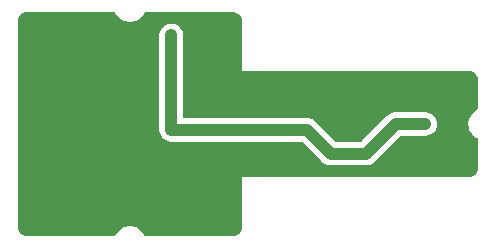
<source format=gbr>
%TF.GenerationSoftware,KiCad,Pcbnew,9.0.2*%
%TF.CreationDate,2025-07-10T11:39:35+02:00*%
%TF.ProjectId,iagabel,69616761-6265-46c2-9e6b-696361645f70,rev?*%
%TF.SameCoordinates,Original*%
%TF.FileFunction,Copper,L2,Bot*%
%TF.FilePolarity,Positive*%
%FSLAX46Y46*%
G04 Gerber Fmt 4.6, Leading zero omitted, Abs format (unit mm)*
G04 Created by KiCad (PCBNEW 9.0.2) date 2025-07-10 11:39:35*
%MOMM*%
%LPD*%
G01*
G04 APERTURE LIST*
%TA.AperFunction,ViaPad*%
%ADD10C,0.600000*%
%TD*%
%TA.AperFunction,Conductor*%
%ADD11C,1.000000*%
%TD*%
G04 APERTURE END LIST*
D10*
%TO.N,+3.3V*%
X13500000Y-9500000D03*
X13500000Y-2500000D03*
X34000000Y-10000000D03*
X13500000Y-3500000D03*
X35000000Y-10000000D03*
X29000000Y-12500000D03*
X27000000Y-12500000D03*
X13500000Y-10500000D03*
%TO.N,GND*%
X28000000Y-7500000D03*
X38000000Y-13000000D03*
X22000000Y-14000000D03*
X9000000Y-4500000D03*
X21500000Y-9000000D03*
X15000000Y-8000000D03*
X17000000Y-8000000D03*
X23500000Y-9000000D03*
X3000000Y-7500000D03*
X29000000Y-14000000D03*
X3000000Y-9000000D03*
X11000000Y-14500000D03*
X30800000Y-9700000D03*
X38000000Y-7000000D03*
X8000000Y-10000000D03*
X26500000Y-7500000D03*
X7000000Y-16000000D03*
X4500000Y-7500000D03*
X21000000Y-14000000D03*
X4500000Y-12000000D03*
X38000000Y-10000000D03*
X4500000Y-10500000D03*
X12000000Y-14500000D03*
X4500000Y-9000000D03*
X3000000Y-10500000D03*
X17900000Y-3600000D03*
X27000000Y-14000000D03*
X11500000Y-4500000D03*
X3000000Y-12000000D03*
X20000000Y-8000000D03*
%TD*%
D11*
%TO.N,+3.3V*%
X13500000Y-10500000D02*
X25000000Y-10500000D01*
X13500000Y-10500000D02*
X13500000Y-9500000D01*
X25000000Y-10500000D02*
X27000000Y-12500000D01*
X27000000Y-12500000D02*
X29000000Y-12500000D01*
X30000000Y-12500000D02*
X29000000Y-12500000D01*
X34000000Y-10000000D02*
X32500000Y-10000000D01*
X32500000Y-10000000D02*
X30000000Y-12500000D01*
X13500000Y-9500000D02*
X13500000Y-2500000D01*
X35000000Y-10000000D02*
X34000000Y-10000000D01*
%TD*%
%TA.AperFunction,Conductor*%
%TO.N,GND*%
G36*
X8730113Y-519685D02*
G01*
X8773559Y-567705D01*
X8844951Y-707820D01*
X8969890Y-879786D01*
X9120213Y-1030109D01*
X9292179Y-1155048D01*
X9292181Y-1155049D01*
X9292184Y-1155051D01*
X9481588Y-1251557D01*
X9683757Y-1317246D01*
X9893713Y-1350500D01*
X9893714Y-1350500D01*
X10106286Y-1350500D01*
X10106287Y-1350500D01*
X10316243Y-1317246D01*
X10518412Y-1251557D01*
X10707816Y-1155051D01*
X10734223Y-1135865D01*
X10879786Y-1030109D01*
X10879788Y-1030106D01*
X10879792Y-1030104D01*
X11030104Y-879792D01*
X11030106Y-879788D01*
X11030109Y-879786D01*
X11155048Y-707820D01*
X11155047Y-707820D01*
X11155051Y-707816D01*
X11226441Y-567704D01*
X11274416Y-516909D01*
X11336926Y-500000D01*
X12567119Y-500000D01*
X12567651Y-500001D01*
X12575763Y-500035D01*
X12578947Y-500550D01*
X12683300Y-500499D01*
X12749192Y-500499D01*
X18697468Y-500499D01*
X18711350Y-501278D01*
X18864132Y-518493D01*
X18891198Y-524670D01*
X19014185Y-567705D01*
X19033921Y-574611D01*
X19058938Y-586659D01*
X19186965Y-667103D01*
X19208672Y-684415D01*
X19315584Y-791327D01*
X19332897Y-813036D01*
X19413340Y-941061D01*
X19425388Y-966078D01*
X19475328Y-1108798D01*
X19481506Y-1135869D01*
X19498720Y-1288639D01*
X19499500Y-1302523D01*
X19499500Y-4275004D01*
X19499501Y-4275079D01*
X19499501Y-4302350D01*
X19499895Y-4304839D01*
X19499989Y-4311916D01*
X19499941Y-4312084D01*
X19500000Y-4313559D01*
X19500000Y-5500000D01*
X20686433Y-5500000D01*
X20696156Y-5500382D01*
X20697643Y-5500499D01*
X20697648Y-5500499D01*
X20734108Y-5500499D01*
X38697468Y-5500499D01*
X38711350Y-5501278D01*
X38864132Y-5518493D01*
X38891198Y-5524670D01*
X39033921Y-5574611D01*
X39058938Y-5586659D01*
X39186965Y-5667103D01*
X39208672Y-5684415D01*
X39315584Y-5791327D01*
X39332897Y-5813036D01*
X39413340Y-5941061D01*
X39425388Y-5966078D01*
X39475328Y-6108798D01*
X39481506Y-6135869D01*
X39498720Y-6288639D01*
X39499500Y-6302523D01*
X39499500Y-7309892D01*
X39498802Y-7412872D01*
X39499960Y-7420321D01*
X39499999Y-7429645D01*
X39499968Y-7429750D01*
X39500000Y-7430159D01*
X39500000Y-8663074D01*
X39480315Y-8730113D01*
X39432295Y-8773559D01*
X39292179Y-8844951D01*
X39120213Y-8969890D01*
X38969890Y-9120213D01*
X38844951Y-9292179D01*
X38748444Y-9481585D01*
X38682753Y-9683760D01*
X38649500Y-9893713D01*
X38649500Y-10106286D01*
X38678888Y-10291839D01*
X38682754Y-10316243D01*
X38733982Y-10473907D01*
X38748444Y-10518414D01*
X38844951Y-10707820D01*
X38969890Y-10879786D01*
X39120213Y-11030109D01*
X39292182Y-11155050D01*
X39292184Y-11155051D01*
X39432295Y-11226441D01*
X39483090Y-11274414D01*
X39500000Y-11336925D01*
X39500000Y-12567109D01*
X39499999Y-12567642D01*
X39499964Y-12575756D01*
X39499449Y-12578946D01*
X39499500Y-12683298D01*
X39499500Y-12683659D01*
X39499500Y-13697475D01*
X39498720Y-13711359D01*
X39481506Y-13864130D01*
X39475328Y-13891201D01*
X39425388Y-14033921D01*
X39413340Y-14058938D01*
X39332897Y-14186963D01*
X39315584Y-14208672D01*
X39208672Y-14315584D01*
X39186963Y-14332897D01*
X39058938Y-14413340D01*
X39033921Y-14425388D01*
X38891201Y-14475328D01*
X38864130Y-14481506D01*
X38711369Y-14498719D01*
X38697485Y-14499499D01*
X20727322Y-14499499D01*
X20727242Y-14499500D01*
X20697649Y-14499500D01*
X20695118Y-14499900D01*
X20687967Y-14499990D01*
X20687808Y-14499945D01*
X20686420Y-14500000D01*
X19500000Y-14500000D01*
X19500000Y-15686430D01*
X19499618Y-15696155D01*
X19499500Y-15697643D01*
X19499500Y-18697475D01*
X19498720Y-18711358D01*
X19498720Y-18711359D01*
X19481506Y-18864130D01*
X19475328Y-18891201D01*
X19425388Y-19033921D01*
X19413340Y-19058938D01*
X19332897Y-19186963D01*
X19315584Y-19208672D01*
X19208672Y-19315584D01*
X19186963Y-19332897D01*
X19058938Y-19413340D01*
X19033921Y-19425388D01*
X18891201Y-19475328D01*
X18864130Y-19481506D01*
X18711369Y-19498719D01*
X18697485Y-19499499D01*
X12690105Y-19499499D01*
X12587126Y-19498801D01*
X12579670Y-19499960D01*
X12570346Y-19499999D01*
X12570240Y-19499968D01*
X12569831Y-19500000D01*
X11336926Y-19500000D01*
X11269887Y-19480315D01*
X11226441Y-19432295D01*
X11175795Y-19332897D01*
X11155051Y-19292184D01*
X11155049Y-19292181D01*
X11155048Y-19292179D01*
X11030109Y-19120213D01*
X10879786Y-18969890D01*
X10707820Y-18844951D01*
X10518414Y-18748444D01*
X10518413Y-18748443D01*
X10518412Y-18748443D01*
X10316243Y-18682754D01*
X10316241Y-18682753D01*
X10316240Y-18682753D01*
X10154957Y-18657208D01*
X10106287Y-18649500D01*
X9893713Y-18649500D01*
X9845042Y-18657208D01*
X9683760Y-18682753D01*
X9481585Y-18748444D01*
X9292179Y-18844951D01*
X9120213Y-18969890D01*
X8969890Y-19120213D01*
X8844951Y-19292179D01*
X8773559Y-19432295D01*
X8725584Y-19483091D01*
X8663074Y-19500000D01*
X7432903Y-19500000D01*
X7432369Y-19499999D01*
X7424247Y-19499964D01*
X7421053Y-19499448D01*
X7316700Y-19499499D01*
X1302515Y-19499499D01*
X1288631Y-19498719D01*
X1135869Y-19481506D01*
X1108798Y-19475328D01*
X966078Y-19425388D01*
X941061Y-19413340D01*
X813036Y-19332897D01*
X791327Y-19315584D01*
X684415Y-19208672D01*
X667102Y-19186963D01*
X625160Y-19120213D01*
X586659Y-19058938D01*
X574611Y-19033921D01*
X524671Y-18891201D01*
X518493Y-18864129D01*
X501280Y-18711358D01*
X500500Y-18697475D01*
X500500Y-10598543D01*
X12499499Y-10598543D01*
X12537947Y-10791829D01*
X12537950Y-10791839D01*
X12613364Y-10973907D01*
X12613371Y-10973920D01*
X12722860Y-11137781D01*
X12722863Y-11137785D01*
X12862214Y-11277136D01*
X12862218Y-11277139D01*
X13026079Y-11386628D01*
X13026092Y-11386635D01*
X13208160Y-11462049D01*
X13208165Y-11462051D01*
X13208169Y-11462051D01*
X13208170Y-11462052D01*
X13401456Y-11500500D01*
X13401459Y-11500500D01*
X13598541Y-11500500D01*
X24534218Y-11500500D01*
X24601257Y-11520185D01*
X24621899Y-11536819D01*
X26219735Y-13134655D01*
X26219764Y-13134686D01*
X26362214Y-13277136D01*
X26362218Y-13277139D01*
X26526079Y-13386628D01*
X26526092Y-13386635D01*
X26654833Y-13439961D01*
X26697744Y-13457735D01*
X26708164Y-13462051D01*
X26804812Y-13481275D01*
X26853135Y-13490887D01*
X26901458Y-13500500D01*
X26901459Y-13500500D01*
X30098542Y-13500500D01*
X30129566Y-13494328D01*
X30195188Y-13481275D01*
X30291836Y-13462051D01*
X30345165Y-13439961D01*
X30473914Y-13386632D01*
X30637782Y-13277139D01*
X30777139Y-13137782D01*
X30777140Y-13137779D01*
X30784206Y-13130714D01*
X30784208Y-13130710D01*
X32878101Y-11036819D01*
X32939424Y-11003334D01*
X32965782Y-11000500D01*
X35098543Y-11000500D01*
X35232196Y-10973914D01*
X35291835Y-10962051D01*
X35473914Y-10886632D01*
X35637782Y-10777139D01*
X35777139Y-10637782D01*
X35886632Y-10473914D01*
X35962051Y-10291835D01*
X35974632Y-10228582D01*
X36000500Y-10098543D01*
X36000500Y-9901456D01*
X35962052Y-9708170D01*
X35962051Y-9708169D01*
X35962051Y-9708165D01*
X35951941Y-9683757D01*
X35886635Y-9526092D01*
X35886628Y-9526079D01*
X35777139Y-9362218D01*
X35777136Y-9362214D01*
X35637785Y-9222863D01*
X35637781Y-9222860D01*
X35473920Y-9113371D01*
X35473907Y-9113364D01*
X35291839Y-9037950D01*
X35291829Y-9037947D01*
X35098543Y-8999500D01*
X35098541Y-8999500D01*
X34098541Y-8999500D01*
X32401459Y-8999500D01*
X32401455Y-8999500D01*
X32304812Y-9018724D01*
X32208167Y-9037947D01*
X32208161Y-9037949D01*
X32154834Y-9060037D01*
X32154834Y-9060038D01*
X32109315Y-9078892D01*
X32026089Y-9113366D01*
X32026079Y-9113371D01*
X31862219Y-9222859D01*
X31792900Y-9292179D01*
X31722861Y-9362218D01*
X31722858Y-9362221D01*
X29621899Y-11463181D01*
X29560576Y-11496666D01*
X29534218Y-11499500D01*
X27465782Y-11499500D01*
X27398743Y-11479815D01*
X27378101Y-11463181D01*
X25781479Y-9866559D01*
X25781459Y-9866537D01*
X25637785Y-9722863D01*
X25637781Y-9722860D01*
X25473920Y-9613371D01*
X25473911Y-9613366D01*
X25401315Y-9583296D01*
X25345165Y-9560038D01*
X25291836Y-9537949D01*
X25291832Y-9537948D01*
X25291828Y-9537946D01*
X25195188Y-9518724D01*
X25098544Y-9499500D01*
X25098541Y-9499500D01*
X14624500Y-9499500D01*
X14557461Y-9479815D01*
X14511706Y-9427011D01*
X14500500Y-9375500D01*
X14500500Y-2401456D01*
X14462052Y-2208170D01*
X14462051Y-2208169D01*
X14462051Y-2208165D01*
X14462049Y-2208160D01*
X14386635Y-2026092D01*
X14386628Y-2026079D01*
X14277139Y-1862218D01*
X14277136Y-1862214D01*
X14137785Y-1722863D01*
X14137781Y-1722860D01*
X13973920Y-1613371D01*
X13973907Y-1613364D01*
X13791839Y-1537950D01*
X13791829Y-1537947D01*
X13598543Y-1499500D01*
X13598541Y-1499500D01*
X13401459Y-1499500D01*
X13401457Y-1499500D01*
X13208170Y-1537947D01*
X13208160Y-1537950D01*
X13026092Y-1613364D01*
X13026079Y-1613371D01*
X12862218Y-1722860D01*
X12862214Y-1722863D01*
X12722863Y-1862214D01*
X12722860Y-1862218D01*
X12613371Y-2026079D01*
X12613364Y-2026092D01*
X12537950Y-2208160D01*
X12537947Y-2208170D01*
X12499500Y-2401456D01*
X12499500Y-2401459D01*
X12499500Y-9401459D01*
X12499500Y-10598541D01*
X12499500Y-10598543D01*
X12499499Y-10598543D01*
X500500Y-10598543D01*
X500500Y-1302523D01*
X501280Y-1288639D01*
X518493Y-1135865D01*
X524669Y-1108803D01*
X574612Y-966075D01*
X586657Y-941064D01*
X667106Y-813030D01*
X684411Y-791331D01*
X791331Y-684411D01*
X813030Y-667106D01*
X941064Y-586657D01*
X966075Y-574612D01*
X1108803Y-524669D01*
X1135865Y-518493D01*
X1288649Y-501278D01*
X1302532Y-500499D01*
X7250848Y-500499D01*
X7316740Y-500499D01*
X7316740Y-500500D01*
X7421092Y-500551D01*
X7424284Y-500035D01*
X7432408Y-500001D01*
X7432468Y-500018D01*
X7432932Y-500000D01*
X8663074Y-500000D01*
X8730113Y-519685D01*
G37*
%TD.AperFunction*%
%TD*%
M02*

</source>
